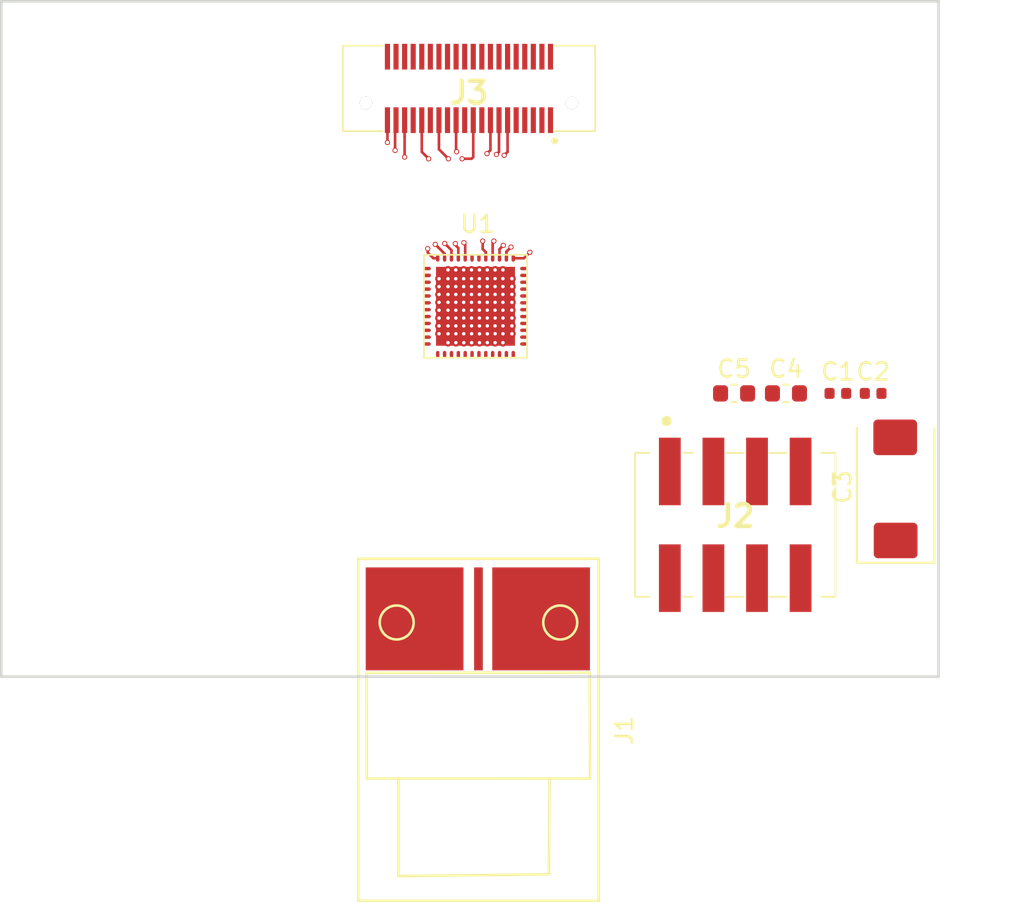
<source format=kicad_pcb>
(kicad_pcb (version 20171130) (host pcbnew "(5.0.2)-1")

  (general
    (thickness 1.6)
    (drawings 4)
    (tracks 238)
    (zones 0)
    (modules 9)
    (nets 31)
  )

  (page A4)
  (layers
    (0 F.Cu signal)
    (1 In1.Cu signal)
    (2 In2.Cu power)
    (3 In3.Cu signal)
    (4 In4.Cu signal)
    (5 In5.Cu signal)
    (6 In6.Cu signal)
    (31 B.Cu signal)
    (32 B.Adhes user)
    (33 F.Adhes user)
    (34 B.Paste user)
    (35 F.Paste user)
    (36 B.SilkS user)
    (37 F.SilkS user)
    (38 B.Mask user)
    (39 F.Mask user)
    (40 Dwgs.User user)
    (41 Cmts.User user)
    (42 Eco1.User user)
    (43 Eco2.User user)
    (44 Edge.Cuts user)
    (45 Margin user)
    (46 B.CrtYd user)
    (47 F.CrtYd user)
    (48 B.Fab user)
    (49 F.Fab user)
  )

  (setup
    (last_trace_width 0.1524)
    (trace_clearance 0.2)
    (zone_clearance 0.15)
    (zone_45_only no)
    (trace_min 0.1524)
    (segment_width 0.2)
    (edge_width 0.15)
    (via_size 0.8)
    (via_drill 0.4)
    (via_min_size 0.3048)
    (via_min_drill 0.2)
    (blind_buried_vias_allowed yes)
    (uvia_size 0.3)
    (uvia_drill 0.1)
    (uvias_allowed no)
    (uvia_min_size 0.2)
    (uvia_min_drill 0.1)
    (pcb_text_width 0.3)
    (pcb_text_size 1.5 1.5)
    (mod_edge_width 0.15)
    (mod_text_size 1 1)
    (mod_text_width 0.15)
    (pad_size 4.6 4.6)
    (pad_drill 0)
    (pad_to_mask_clearance 0.051)
    (solder_mask_min_width 0.25)
    (aux_axis_origin 0 0)
    (visible_elements 7FFFFFFF)
    (pcbplotparams
      (layerselection 0x00000_7fffff82)
      (usegerberextensions false)
      (usegerberattributes false)
      (usegerberadvancedattributes false)
      (creategerberjobfile false)
      (excludeedgelayer true)
      (linewidth 0.100000)
      (plotframeref false)
      (viasonmask false)
      (mode 1)
      (useauxorigin false)
      (hpglpennumber 1)
      (hpglpenspeed 20)
      (hpglpendiameter 15.000000)
      (psnegative false)
      (psa4output false)
      (plotreference true)
      (plotvalue true)
      (plotinvisibletext false)
      (padsonsilk false)
      (subtractmaskfromsilk false)
      (outputformat 1)
      (mirror false)
      (drillshape 0)
      (scaleselection 1)
      (outputdirectory "../../../"))
  )

  (net 0 "")
  (net 1 "Net-(J1-Pad1)")
  (net 2 "Net-(J2-Pad5)")
  (net 3 "Net-(J2-Pad6)")
  (net 4 "Net-(J2-Pad7)")
  (net 5 "Net-(J2-Pad8)")
  (net 6 "Net-(J3-Pad1)")
  (net 7 "Net-(J3-Pad2)")
  (net 8 "Net-(J3-Pad3)")
  (net 9 "Net-(J3-Pad4)")
  (net 10 "Net-(J3-Pad5)")
  (net 11 "Net-(J3-Pad6)")
  (net 12 "Net-(J3-Pad7)")
  (net 13 "Net-(J3-Pad9)")
  (net 14 "Net-(J3-Pad11)")
  (net 15 "Net-(J3-Pad13)")
  (net 16 "Net-(J3-Pad15)")
  (net 17 "Net-(J3-Pad19)")
  (net 18 "Net-(J3-Pad23)")
  (net 19 "Net-(J3-Pad27)")
  (net 20 "Net-(J3-Pad31)")
  (net 21 "Net-(J3-Pad35)")
  (net 22 "Net-(J3-Pad37)")
  (net 23 "Net-(J3-Pad39)")
  (net 24 "Net-(U1-Pad15)")
  (net 25 "Net-(U1-Pad4)")
  (net 26 "Net-(U1-Pad9)")
  (net 27 "Net-(U1-Pad33)")
  (net 28 "Net-(U1-Pad28)")
  (net 29 GND)
  (net 30 VCC)

  (net_class Default "This is the default net class."
    (clearance 0.2)
    (trace_width 0.1524)
    (via_dia 0.8)
    (via_drill 0.4)
    (uvia_dia 0.3)
    (uvia_drill 0.1)
    (add_net GND)
    (add_net "Net-(J1-Pad1)")
    (add_net "Net-(J2-Pad5)")
    (add_net "Net-(J2-Pad6)")
    (add_net "Net-(J2-Pad7)")
    (add_net "Net-(J2-Pad8)")
    (add_net "Net-(J3-Pad1)")
    (add_net "Net-(J3-Pad11)")
    (add_net "Net-(J3-Pad13)")
    (add_net "Net-(J3-Pad15)")
    (add_net "Net-(J3-Pad19)")
    (add_net "Net-(J3-Pad2)")
    (add_net "Net-(J3-Pad23)")
    (add_net "Net-(J3-Pad27)")
    (add_net "Net-(J3-Pad3)")
    (add_net "Net-(J3-Pad4)")
    (add_net "Net-(J3-Pad5)")
    (add_net "Net-(J3-Pad6)")
    (add_net "Net-(J3-Pad7)")
    (add_net "Net-(J3-Pad9)")
    (add_net "Net-(U1-Pad15)")
    (add_net "Net-(U1-Pad28)")
    (add_net "Net-(U1-Pad33)")
    (add_net "Net-(U1-Pad4)")
    (add_net "Net-(U1-Pad9)")
    (add_net VCC)
  )

  (net_class New ""
    (clearance 0.1)
    (trace_width 0.1524)
    (via_dia 0.3048)
    (via_drill 0.2)
    (uvia_dia 0.3)
    (uvia_drill 0.1)
    (add_net "Net-(J3-Pad31)")
    (add_net "Net-(J3-Pad35)")
    (add_net "Net-(J3-Pad37)")
    (add_net "Net-(J3-Pad39)")
  )

  (module AWMF:AWMF-0108 (layer F.Cu) (tedit 5C250EFD) (tstamp 5C61AF56)
    (at 135.580001 107.950001)
    (path /5C32C4EB)
    (fp_text reference U1 (at 0.119999 -4.800001) (layer F.SilkS)
      (effects (font (size 1 1) (thickness 0.15)))
    )
    (fp_text value AWMF-0108A- (at 0.219999 5.349999) (layer F.Fab)
      (effects (font (size 1 1) (thickness 0.15)))
    )
    (fp_line (start -3 3) (end -3 -3) (layer F.SilkS) (width 0.1))
    (fp_line (start -3 3) (end 3 3) (layer F.SilkS) (width 0.1))
    (fp_line (start 3 3) (end 3 -3) (layer F.SilkS) (width 0.1))
    (fp_line (start -3 -3) (end 3 -3) (layer F.SilkS) (width 0.1))
    (pad 24 smd oval (at 2.2 2.8) (size 0.2 0.4) (layers F.Cu F.Paste F.Mask)
      (net 29 GND))
    (pad 23 smd oval (at 1.8 2.8) (size 0.2 0.4) (layers F.Cu F.Paste F.Mask)
      (net 29 GND))
    (pad 22 smd oval (at 1.4 2.8) (size 0.2 0.4) (layers F.Cu F.Paste F.Mask)
      (net 29 GND))
    (pad 21 smd oval (at 1 2.8) (size 0.2 0.4) (layers F.Cu F.Paste F.Mask)
      (net 29 GND))
    (pad 20 smd oval (at 0.6 2.8) (size 0.2 0.4) (layers F.Cu F.Paste F.Mask)
      (net 29 GND))
    (pad 19 smd oval (at 0.2 2.8) (size 0.2 0.4) (layers F.Cu F.Paste F.Mask)
      (net 1 "Net-(J1-Pad1)"))
    (pad 18 smd oval (at -0.2 2.8) (size 0.2 0.4) (layers F.Cu F.Paste F.Mask)
      (net 29 GND))
    (pad 17 smd oval (at -0.6 2.8) (size 0.2 0.4) (layers F.Cu F.Paste F.Mask)
      (net 29 GND))
    (pad 16 smd oval (at -1 2.8) (size 0.2 0.4) (layers F.Cu F.Paste F.Mask)
      (net 30 VCC))
    (pad 15 smd oval (at -1.4 2.8) (size 0.2 0.4) (layers F.Cu F.Paste F.Mask)
      (net 24 "Net-(U1-Pad15)"))
    (pad 14 smd oval (at -1.8 2.8) (size 0.2 0.4) (layers F.Cu F.Paste F.Mask)
      (net 29 GND))
    (pad 13 smd oval (at -2.2 2.8) (size 0.2 0.4) (layers F.Cu F.Paste F.Mask)
      (net 29 GND))
    (pad 25 smd oval (at 2.8 2.2 270) (size 0.2 0.4) (layers F.Cu F.Paste F.Mask)
      (net 30 VCC))
    (pad 26 smd oval (at 2.8 1.8 270) (size 0.2 0.4) (layers F.Cu F.Paste F.Mask)
      (net 29 GND))
    (pad 27 smd oval (at 2.8 1.4 270) (size 0.2 0.4) (layers F.Cu F.Paste F.Mask)
      (net 29 GND))
    (pad 28 smd oval (at 2.8 1 270) (size 0.2 0.4) (layers F.Cu F.Paste F.Mask)
      (net 28 "Net-(U1-Pad28)"))
    (pad 29 smd oval (at 2.8 0.6 270) (size 0.2 0.4) (layers F.Cu F.Paste F.Mask)
      (net 29 GND))
    (pad 30 smd oval (at 2.8 0.2 270) (size 0.2 0.4) (layers F.Cu F.Paste F.Mask)
      (net 29 GND))
    (pad 31 smd oval (at 2.8 -0.2 270) (size 0.2 0.4) (layers F.Cu F.Paste F.Mask)
      (net 29 GND))
    (pad 32 smd oval (at 2.8 -0.6 270) (size 0.2 0.4) (layers F.Cu F.Paste F.Mask)
      (net 29 GND))
    (pad 33 smd oval (at 2.8 -1 270) (size 0.2 0.4) (layers F.Cu F.Paste F.Mask)
      (net 27 "Net-(U1-Pad33)"))
    (pad 34 smd oval (at 2.8 -1.4 270) (size 0.2 0.4) (layers F.Cu F.Paste F.Mask)
      (net 29 GND))
    (pad 35 smd oval (at 2.8 -1.8 270) (size 0.2 0.4) (layers F.Cu F.Paste F.Mask)
      (net 29 GND))
    (pad 36 smd oval (at 2.8 -2.2 270) (size 0.2 0.4) (layers F.Cu F.Paste F.Mask)
      (net 30 VCC))
    (pad 37- smd oval (at 2.2 -2.8) (size 0.2 0.4) (layers F.Cu F.Paste F.Mask)
      (net 21 "Net-(J3-Pad35)"))
    (pad 38+ smd oval (at 1.8 -2.8) (size 0.2 0.4) (layers F.Cu F.Paste F.Mask)
      (net 22 "Net-(J3-Pad37)"))
    (pad 39- smd oval (at 1.4 -2.8) (size 0.2 0.4) (layers F.Cu F.Paste F.Mask)
      (net 23 "Net-(J3-Pad39)"))
    (pad 40 smd oval (at 1 -2.8) (size 0.2 0.4) (layers F.Cu F.Paste F.Mask)
      (net 14 "Net-(J3-Pad11)"))
    (pad 41 smd oval (at 0.6 -2.8) (size 0.2 0.4) (layers F.Cu F.Paste F.Mask)
      (net 15 "Net-(J3-Pad13)"))
    (pad 42 smd oval (at 0.2 -2.8) (size 0.2 0.4) (layers F.Cu F.Paste F.Mask)
      (net 29 GND))
    (pad 43 smd oval (at -0.2 -2.8) (size 0.2 0.4) (layers F.Cu F.Paste F.Mask)
      (net 30 VCC))
    (pad 44- smd oval (at -0.6 -2.8) (size 0.2 0.4) (layers F.Cu F.Paste F.Mask)
      (net 19 "Net-(J3-Pad27)"))
    (pad 45+ smd oval (at -1 -2.8) (size 0.2 0.4) (layers F.Cu F.Paste F.Mask)
      (net 18 "Net-(J3-Pad23)"))
    (pad 46 smd oval (at -1.4 -2.8) (size 0.2 0.4) (layers F.Cu F.Paste F.Mask)
      (net 20 "Net-(J3-Pad31)"))
    (pad 47 smd oval (at -1.8 -2.8) (size 0.2 0.4) (layers F.Cu F.Paste F.Mask)
      (net 17 "Net-(J3-Pad19)"))
    (pad 48- smd oval (at -2.2 -2.8) (size 0.2 0.4) (layers F.Cu F.Paste F.Mask)
      (net 16 "Net-(J3-Pad15)"))
    (pad 12 smd oval (at -2.8 2.2 270) (size 0.2 0.4) (layers F.Cu F.Paste F.Mask)
      (net 30 VCC))
    (pad 11 smd oval (at -2.8 1.8 270) (size 0.2 0.4) (layers F.Cu F.Paste F.Mask)
      (net 29 GND))
    (pad 10 smd oval (at -2.8 1.4 270) (size 0.2 0.4) (layers F.Cu F.Paste F.Mask)
      (net 29 GND))
    (pad 9 smd oval (at -2.8 1 270) (size 0.2 0.4) (layers F.Cu F.Paste F.Mask)
      (net 26 "Net-(U1-Pad9)"))
    (pad 8 smd oval (at -2.8 0.6 270) (size 0.2 0.4) (layers F.Cu F.Paste F.Mask)
      (net 29 GND))
    (pad 7 smd oval (at -2.8 0.2 270) (size 0.2 0.4) (layers F.Cu F.Paste F.Mask)
      (net 29 GND))
    (pad 6 smd oval (at -2.8 -0.2 270) (size 0.2 0.4) (layers F.Cu F.Paste F.Mask)
      (net 29 GND))
    (pad 5 smd oval (at -2.8 -0.6 270) (size 0.2 0.4) (layers F.Cu F.Paste F.Mask)
      (net 29 GND))
    (pad 4 smd oval (at -2.8 -1 270) (size 0.2 0.4) (layers F.Cu F.Paste F.Mask)
      (net 25 "Net-(U1-Pad4)"))
    (pad 3 smd oval (at -2.8 -1.4 270) (size 0.2 0.4) (layers F.Cu F.Paste F.Mask)
      (net 29 GND))
    (pad 2 smd oval (at -2.8 -1.8 270) (size 0.2 0.4) (layers F.Cu F.Paste F.Mask)
      (net 29 GND))
    (pad 2 smd oval (at -2.8 -1.8 270) (size 0.2 0.4) (layers F.Cu F.Paste F.Mask)
      (net 29 GND))
    (pad 1 smd oval (at -2.8 -2.2 270) (size 0.2 0.4) (layers F.Cu F.Paste F.Mask)
      (net 30 VCC))
    (pad 49 smd rect (at 0 0) (size 4.6 4.6) (layers F.Cu F.Paste F.Mask))
  )

  (module Capacitor_SMD:C_0402_1005Metric (layer F.Cu) (tedit 5B301BBE) (tstamp 5C61AE5E)
    (at 156.695 113.03 180)
    (descr "Capacitor SMD 0402 (1005 Metric), square (rectangular) end terminal, IPC_7351 nominal, (Body size source: http://www.tortai-tech.com/upload/download/2011102023233369053.pdf), generated with kicad-footprint-generator")
    (tags capacitor)
    (path /5C2B9D03)
    (attr smd)
    (fp_text reference C1 (at 0 1.27 180) (layer F.SilkS)
      (effects (font (size 1 1) (thickness 0.15)))
    )
    (fp_text value GRM1555C1H102JA01D (at 0 1.17 180) (layer F.Fab)
      (effects (font (size 1 1) (thickness 0.15)))
    )
    (fp_text user %R (at 0 -0.065413 180) (layer F.Fab)
      (effects (font (size 0.25 0.25) (thickness 0.04)))
    )
    (fp_line (start 0.93 0.47) (end -0.93 0.47) (layer F.CrtYd) (width 0.05))
    (fp_line (start 0.93 -0.47) (end 0.93 0.47) (layer F.CrtYd) (width 0.05))
    (fp_line (start -0.93 -0.47) (end 0.93 -0.47) (layer F.CrtYd) (width 0.05))
    (fp_line (start -0.93 0.47) (end -0.93 -0.47) (layer F.CrtYd) (width 0.05))
    (fp_line (start 0.5 0.25) (end -0.5 0.25) (layer F.Fab) (width 0.1))
    (fp_line (start 0.5 -0.25) (end 0.5 0.25) (layer F.Fab) (width 0.1))
    (fp_line (start -0.5 -0.25) (end 0.5 -0.25) (layer F.Fab) (width 0.1))
    (fp_line (start -0.5 0.25) (end -0.5 -0.25) (layer F.Fab) (width 0.1))
    (pad 2 smd roundrect (at 0.485 0 180) (size 0.59 0.64) (layers F.Cu F.Paste F.Mask) (roundrect_rratio 0.25)
      (net 30 VCC))
    (pad 1 smd roundrect (at -0.485 0 180) (size 0.59 0.64) (layers F.Cu F.Paste F.Mask) (roundrect_rratio 0.25)
      (net 29 GND))
    (model ${KISYS3DMOD}/Capacitor_SMD.3dshapes/C_0402_1005Metric.wrl
      (at (xyz 0 0 0))
      (scale (xyz 1 1 1))
      (rotate (xyz 0 0 0))
    )
  )

  (module Capacitor_SMD:C_0402_1005Metric (layer F.Cu) (tedit 5B301BBE) (tstamp 5C61AE6D)
    (at 158.75 113.03 180)
    (descr "Capacitor SMD 0402 (1005 Metric), square (rectangular) end terminal, IPC_7351 nominal, (Body size source: http://www.tortai-tech.com/upload/download/2011102023233369053.pdf), generated with kicad-footprint-generator")
    (tags capacitor)
    (path /5C2B9D41)
    (attr smd)
    (fp_text reference C2 (at 0 1.27 180) (layer F.SilkS)
      (effects (font (size 1 1) (thickness 0.15)))
    )
    (fp_text value GRM1555C1H200JA01D (at 0 1.17 180) (layer F.Fab)
      (effects (font (size 1 1) (thickness 0.15)))
    )
    (fp_line (start -0.5 0.25) (end -0.5 -0.25) (layer F.Fab) (width 0.1))
    (fp_line (start -0.5 -0.25) (end 0.5 -0.25) (layer F.Fab) (width 0.1))
    (fp_line (start 0.5 -0.25) (end 0.5 0.25) (layer F.Fab) (width 0.1))
    (fp_line (start 0.5 0.25) (end -0.5 0.25) (layer F.Fab) (width 0.1))
    (fp_line (start -0.93 0.47) (end -0.93 -0.47) (layer F.CrtYd) (width 0.05))
    (fp_line (start -0.93 -0.47) (end 0.93 -0.47) (layer F.CrtYd) (width 0.05))
    (fp_line (start 0.93 -0.47) (end 0.93 0.47) (layer F.CrtYd) (width 0.05))
    (fp_line (start 0.93 0.47) (end -0.93 0.47) (layer F.CrtYd) (width 0.05))
    (fp_text user %R (at 0 0 180) (layer F.Fab)
      (effects (font (size 0.25 0.25) (thickness 0.04)))
    )
    (pad 1 smd roundrect (at -0.485 0 180) (size 0.59 0.64) (layers F.Cu F.Paste F.Mask) (roundrect_rratio 0.25)
      (net 29 GND))
    (pad 2 smd roundrect (at 0.485 0 180) (size 0.59 0.64) (layers F.Cu F.Paste F.Mask) (roundrect_rratio 0.25)
      (net 30 VCC))
    (model ${KISYS3DMOD}/Capacitor_SMD.3dshapes/C_0402_1005Metric.wrl
      (at (xyz 0 0 0))
      (scale (xyz 1 1 1))
      (rotate (xyz 0 0 0))
    )
  )

  (module tantalum-T491D227K010AT:T491D227K010AT (layer F.Cu) (tedit 5C1F8A51) (tstamp 5C61AE80)
    (at 160.06064 118.491 90)
    (descr "Tantalum Capacitor SMD Kemet-D (7343-31 Metric), IPC_7351 nominal, (Body size from: http://www.kemet.com/Lists/ProductCatalog/Attachments/253/KEM_TC101_STD.pdf), generated with kicad-footprint-generator")
    (tags "capacitor tantalum")
    (path /5C2B9DD3)
    (attr smd)
    (fp_text reference C3 (at 0 -3.1 90) (layer F.SilkS)
      (effects (font (size 1 1) (thickness 0.15)))
    )
    (fp_text value T491D227K010At (at 0 3.1 90) (layer F.Fab)
      (effects (font (size 1 1) (thickness 0.15)))
    )
    (fp_line (start 3.44 -2.16) (end -2.65 -2.15) (layer F.Fab) (width 0.1))
    (fp_line (start -2.65 -2.15) (end -3.65 -1.15) (layer F.Fab) (width 0.1))
    (fp_line (start -3.65 -1.15) (end -3.65 2.15) (layer F.Fab) (width 0.1))
    (fp_line (start -3.65 2.15) (end 3.44 2.15) (layer F.Fab) (width 0.1))
    (fp_line (start 3.44 2.15) (end 3.44 -2.16) (layer F.Fab) (width 0.1))
    (fp_line (start 3.44 -2.26) (end -4.41 -2.26) (layer F.SilkS) (width 0.12))
    (fp_line (start -4.41 -2.26) (end -4.41 2.26) (layer F.SilkS) (width 0.12))
    (fp_line (start -4.41 2.26) (end 3.44 2.26) (layer F.SilkS) (width 0.12))
    (fp_line (start -4.4 2.4) (end -4.4 -2.4) (layer F.CrtYd) (width 0.05))
    (fp_line (start -4.4 -2.4) (end 4.19 -2.4) (layer F.CrtYd) (width 0.05))
    (fp_line (start 4.19 -2.4) (end 4.19 2.4) (layer F.CrtYd) (width 0.05))
    (fp_line (start 4.19 2.4) (end -4.4 2.4) (layer F.CrtYd) (width 0.05))
    (fp_text user %R (at 0 0 90) (layer F.Fab)
      (effects (font (size 1 1) (thickness 0.15)))
    )
    (pad 1 smd roundrect (at -3.1125 0 90) (size 2.075 2.55) (layers F.Cu F.Paste F.Mask) (roundrect_rratio 0.120482)
      (net 29 GND))
    (pad 2 smd roundrect (at 2.9 -0.025 90) (size 2.075 2.55) (layers F.Cu F.Paste F.Mask) (roundrect_rratio 0.120482)
      (net 30 VCC))
    (model ${KISYS3DMOD}/Capacitor_Tantalum_SMD.3dshapes/CP_EIA-7343-31_Kemet-D.wrl
      (at (xyz 0 0 0))
      (scale (xyz 1 1 1))
      (rotate (xyz 0 0 0))
    )
  )

  (module Capacitor_SMD:C_0603_1608Metric (layer F.Cu) (tedit 5B301BBE) (tstamp 5C61AE91)
    (at 153.67 113.03)
    (descr "Capacitor SMD 0603 (1608 Metric), square (rectangular) end terminal, IPC_7351 nominal, (Body size source: http://www.tortai-tech.com/upload/download/2011102023233369053.pdf), generated with kicad-footprint-generator")
    (tags capacitor)
    (path /5C2C1E73)
    (attr smd)
    (fp_text reference C4 (at 0 -1.43) (layer F.SilkS)
      (effects (font (size 1 1) (thickness 0.15)))
    )
    (fp_text value GRM188R61E106MA73D (at 0 1.43) (layer F.Fab)
      (effects (font (size 1 1) (thickness 0.15)))
    )
    (fp_text user %R (at 0 0 90) (layer F.Fab)
      (effects (font (size 0.4 0.4) (thickness 0.06)))
    )
    (fp_line (start 1.48 0.73) (end -1.48 0.73) (layer F.CrtYd) (width 0.05))
    (fp_line (start 1.48 -0.73) (end 1.48 0.73) (layer F.CrtYd) (width 0.05))
    (fp_line (start -1.48 -0.73) (end 1.48 -0.73) (layer F.CrtYd) (width 0.05))
    (fp_line (start -1.48 0.73) (end -1.48 -0.73) (layer F.CrtYd) (width 0.05))
    (fp_line (start -0.162779 0.51) (end 0.162779 0.51) (layer F.SilkS) (width 0.12))
    (fp_line (start -0.162779 -0.51) (end 0.162779 -0.51) (layer F.SilkS) (width 0.12))
    (fp_line (start 0.8 0.4) (end -0.8 0.4) (layer F.Fab) (width 0.1))
    (fp_line (start 0.8 -0.4) (end 0.8 0.4) (layer F.Fab) (width 0.1))
    (fp_line (start -0.8 -0.4) (end 0.8 -0.4) (layer F.Fab) (width 0.1))
    (fp_line (start -0.8 0.4) (end -0.8 -0.4) (layer F.Fab) (width 0.1))
    (pad 2 smd roundrect (at 0.7875 0) (size 0.875 0.95) (layers F.Cu F.Paste F.Mask) (roundrect_rratio 0.25)
      (net 29 GND))
    (pad 1 smd roundrect (at -0.7875 0) (size 0.875 0.95) (layers F.Cu F.Paste F.Mask) (roundrect_rratio 0.25)
      (net 30 VCC))
    (model ${KISYS3DMOD}/Capacitor_SMD.3dshapes/C_0603_1608Metric.wrl
      (at (xyz 0 0 0))
      (scale (xyz 1 1 1))
      (rotate (xyz 0 0 0))
    )
  )

  (module Capacitor_SMD:C_0603_1608Metric (layer F.Cu) (tedit 5B301BBE) (tstamp 5C61AEA2)
    (at 150.6475 113.03)
    (descr "Capacitor SMD 0603 (1608 Metric), square (rectangular) end terminal, IPC_7351 nominal, (Body size source: http://www.tortai-tech.com/upload/download/2011102023233369053.pdf), generated with kicad-footprint-generator")
    (tags capacitor)
    (path /5C2C1EEE)
    (attr smd)
    (fp_text reference C5 (at 0 -1.43) (layer F.SilkS)
      (effects (font (size 1 1) (thickness 0.15)))
    )
    (fp_text value GRM188R71E104KA01D (at 0 1.43) (layer F.Fab)
      (effects (font (size 1 1) (thickness 0.15)))
    )
    (fp_line (start -0.8 0.4) (end -0.8 -0.4) (layer F.Fab) (width 0.1))
    (fp_line (start -0.8 -0.4) (end 0.8 -0.4) (layer F.Fab) (width 0.1))
    (fp_line (start 0.8 -0.4) (end 0.8 0.4) (layer F.Fab) (width 0.1))
    (fp_line (start 0.8 0.4) (end -0.8 0.4) (layer F.Fab) (width 0.1))
    (fp_line (start -0.162779 -0.51) (end 0.162779 -0.51) (layer F.SilkS) (width 0.12))
    (fp_line (start -0.162779 0.51) (end 0.162779 0.51) (layer F.SilkS) (width 0.12))
    (fp_line (start -1.48 0.73) (end -1.48 -0.73) (layer F.CrtYd) (width 0.05))
    (fp_line (start -1.48 -0.73) (end 1.48 -0.73) (layer F.CrtYd) (width 0.05))
    (fp_line (start 1.48 -0.73) (end 1.48 0.73) (layer F.CrtYd) (width 0.05))
    (fp_line (start 1.48 0.73) (end -1.48 0.73) (layer F.CrtYd) (width 0.05))
    (fp_text user %R (at 0 0 90) (layer F.Fab)
      (effects (font (size 0.4 0.4) (thickness 0.06)))
    )
    (pad 1 smd roundrect (at -0.7875 0) (size 0.875 0.95) (layers F.Cu F.Paste F.Mask) (roundrect_rratio 0.25)
      (net 30 VCC))
    (pad 2 smd roundrect (at 0.7875 0) (size 0.875 0.95) (layers F.Cu F.Paste F.Mask) (roundrect_rratio 0.25)
      (net 29 GND))
    (model ${KISYS3DMOD}/Capacitor_SMD.3dshapes/C_0603_1608Metric.wrl
      (at (xyz 0 0 0))
      (scale (xyz 1 1 1))
      (rotate (xyz 0 0 0))
    )
  )

  (module "1092-03A-6:SMA END LAUNCH" (layer F.Cu) (tedit 5C22117D) (tstamp 5C61AEB7)
    (at 135.75284 132.67436 90)
    (path /5C2DD3E1)
    (fp_text reference J1 (at 0 8.5 90) (layer F.SilkS)
      (effects (font (size 1 1) (thickness 0.15)))
    )
    (fp_text value 1092-03A-6 (at -0.03 -8.2 90) (layer F.Fab)
      (effects (font (size 1 1) (thickness 0.15)))
    )
    (fp_line (start 10 -7) (end -9.94 -7) (layer F.SilkS) (width 0.15))
    (fp_line (start 10 7) (end 10 -7) (layer F.SilkS) (width 0.15))
    (fp_line (start 10 7) (end -9.94 7) (layer F.SilkS) (width 0.15))
    (fp_line (start 10 7) (end 10 -7) (layer F.SilkS) (width 0.15))
    (fp_line (start -9.94 7) (end -9.94 -7) (layer F.SilkS) (width 0.15))
    (fp_circle (center 6.29 -4.765) (end 7.28 -4.765) (layer F.SilkS) (width 0.15))
    (fp_circle (center 6.29 4.765) (end 7.28 4.765) (layer F.SilkS) (width 0.15))
    (fp_line (start 3.3655 6.48716) (end 3.35788 -6.52272) (layer F.SilkS) (width 0.15))
    (fp_line (start 3.35788 -6.52272) (end -2.81178 -6.51002) (layer F.SilkS) (width 0.15))
    (fp_line (start -2.81178 -6.51002) (end -2.80924 6.50494) (layer F.SilkS) (width 0.15))
    (fp_line (start -2.80924 6.50494) (end 3.37566 6.47954) (layer F.SilkS) (width 0.15))
    (fp_line (start -2.80416 -4.66344) (end -8.4963 -4.66344) (layer F.SilkS) (width 0.15))
    (fp_line (start -8.4963 -4.66344) (end -8.38962 4.1021) (layer F.SilkS) (width 0.15))
    (fp_line (start -8.38962 4.1021) (end -2.81432 4.1402) (layer F.SilkS) (width 0.15))
    (pad 1 smd rect (at 6.5 0 90) (size 6 0.51) (layers F.Cu F.Paste F.Mask)
      (net 1 "Net-(J1-Pad1)"))
    (pad 2 smd rect (at 6.5 3.65 90) (size 6 5.694) (layers F.Cu F.Paste F.Mask))
    (pad 3 smd rect (at 6.49986 -3.7211 90) (size 6 5.694) (layers F.Cu F.Paste F.Mask))
  )

  (module IPL1-104-02-L-D-K-TR:IPL110402LDKTR (layer F.Cu) (tedit 5C1E45E2) (tstamp 5C61AEDC)
    (at 150.71344 120.69064)
    (descr IPL1-104-02-L-D-K-TR-2)
    (tags Connector)
    (path /5C1EF34A)
    (attr smd)
    (fp_text reference J2 (at 0 -0.51) (layer F.SilkS)
      (effects (font (size 1.27 1.27) (thickness 0.254)))
    )
    (fp_text value IPL1-104-02-L-D-K-TR (at 0 -0.51) (layer F.SilkS) hide
      (effects (font (size 1.27 1.27) (thickness 0.254)))
    )
    (fp_line (start -5.84 -4.195) (end 5.84 -4.195) (layer Dwgs.User) (width 0.2))
    (fp_line (start 5.84 -4.195) (end 5.84 4.195) (layer Dwgs.User) (width 0.2))
    (fp_line (start 5.84 4.195) (end -5.84 4.195) (layer Dwgs.User) (width 0.2))
    (fp_line (start -5.84 4.195) (end -5.84 -4.195) (layer Dwgs.User) (width 0.2))
    (fp_line (start -6.84 -7.1) (end 6.84 -7.1) (layer Dwgs.User) (width 0.1))
    (fp_line (start 6.84 -7.1) (end 6.84 6.08) (layer Dwgs.User) (width 0.1))
    (fp_line (start 6.84 6.08) (end -6.84 6.08) (layer Dwgs.User) (width 0.1))
    (fp_line (start -6.84 6.08) (end -6.84 -7.1) (layer Dwgs.User) (width 0.1))
    (fp_line (start -5 -4.195) (end -5.84 -4.195) (layer F.SilkS) (width 0.1))
    (fp_line (start -5.84 -4.195) (end -5.84 4.195) (layer F.SilkS) (width 0.1))
    (fp_line (start -5.84 4.195) (end -5 4.195) (layer F.SilkS) (width 0.1))
    (fp_line (start 5 -4.195) (end 5.84 -4.195) (layer F.SilkS) (width 0.1))
    (fp_line (start 5.84 -4.195) (end 5.84 4.195) (layer F.SilkS) (width 0.1))
    (fp_line (start 5.84 4.195) (end 5 4.195) (layer F.SilkS) (width 0.1))
    (fp_line (start -3 -4.195) (end -2.5 -4.195) (layer F.SilkS) (width 0.1))
    (fp_line (start -2.5 -4.195) (end -2.5 -4.195) (layer F.SilkS) (width 0.1))
    (fp_line (start -3 4.195) (end -2.5 4.195) (layer F.SilkS) (width 0.1))
    (fp_line (start -0.5 -4.195) (end 0.5 -4.195) (layer F.SilkS) (width 0.1))
    (fp_line (start -0.5 4.195) (end 0.5 4.195) (layer F.SilkS) (width 0.1))
    (fp_line (start 2 -4.195) (end 3 -4.195) (layer F.SilkS) (width 0.1))
    (fp_line (start 2 4.195) (end 3 4.195) (layer F.SilkS) (width 0.1))
    (fp_line (start -4 -6) (end -4 -6) (layer F.SilkS) (width 0.5))
    (fp_line (start -4 -6.1) (end -4 -6.1) (layer F.SilkS) (width 0.5))
    (fp_arc (start -4 -6.05) (end -4 -6) (angle 180) (layer F.SilkS) (width 0.5))
    (fp_arc (start -4 -6.05) (end -4 -6.1) (angle 180) (layer F.SilkS) (width 0.5))
    (pad 1 smd rect (at -3.81 -3.11) (size 1.27 3.94) (layers F.Cu F.Paste F.Mask)
      (net 29 GND))
    (pad 2 smd rect (at -1.27 -3.11) (size 1.27 3.94) (layers F.Cu F.Paste F.Mask)
      (net 29 GND))
    (pad 3 smd rect (at 1.27 -3.11) (size 1.27 3.94) (layers F.Cu F.Paste F.Mask)
      (net 30 VCC))
    (pad 4 smd rect (at 3.81 -3.11) (size 1.27 3.94) (layers F.Cu F.Paste F.Mask)
      (net 30 VCC))
    (pad 5 smd rect (at 3.81 3.11) (size 1.27 3.94) (layers F.Cu F.Paste F.Mask)
      (net 2 "Net-(J2-Pad5)"))
    (pad 6 smd rect (at 1.27 3.11) (size 1.27 3.94) (layers F.Cu F.Paste F.Mask)
      (net 3 "Net-(J2-Pad6)"))
    (pad 7 smd rect (at -1.27 3.11) (size 1.27 3.94) (layers F.Cu F.Paste F.Mask)
      (net 4 "Net-(J2-Pad7)"))
    (pad 8 smd rect (at -3.81 3.11) (size 1.27 3.94) (layers F.Cu F.Paste F.Mask)
      (net 5 "Net-(J2-Pad8)"))
  )

  (module LSHM-120-02.5-F-DV-A-N-K-TR:LSHM120025FDVANKTR (layer F.Cu) (tedit 5C24BEB6) (tstamp 5C61AF1C)
    (at 135.2 95.25)
    (descr LSHM-120-02.5-F-DV-A-N-K-TR-1)
    (tags Connector)
    (path /5C263EE1)
    (fp_text reference J3 (at 0 0.25) (layer F.SilkS)
      (effects (font (size 1.27 1.27) (thickness 0.254)))
    )
    (fp_text value LSHM-120-02.5-F-DV-A-N-K-TR (at 0 0.25) (layer F.SilkS) hide
      (effects (font (size 1.27 1.27) (thickness 0.254)))
    )
    (fp_line (start -7.35 -2.49) (end 7.35 -2.49) (layer Dwgs.User) (width 0.2))
    (fp_line (start 7.35 -2.49) (end 7.35 2.49) (layer Dwgs.User) (width 0.2))
    (fp_line (start 7.35 2.49) (end -7.35 2.49) (layer Dwgs.User) (width 0.2))
    (fp_line (start -7.35 2.49) (end -7.35 -2.49) (layer Dwgs.User) (width 0.2))
    (fp_line (start -8.35 -3.6) (end 8.35 -3.6) (layer Dwgs.User) (width 0.1))
    (fp_line (start 8.35 -3.6) (end 8.35 4.1) (layer Dwgs.User) (width 0.1))
    (fp_line (start 8.35 4.1) (end -8.35 4.1) (layer Dwgs.User) (width 0.1))
    (fp_line (start -8.35 4.1) (end -8.35 -3.6) (layer Dwgs.User) (width 0.1))
    (fp_line (start -5 -2.49) (end -7.35 -2.49) (layer F.SilkS) (width 0.1))
    (fp_line (start -7.35 -2.49) (end -7.35 2.49) (layer F.SilkS) (width 0.1))
    (fp_line (start -7.35 2.49) (end -5 2.49) (layer F.SilkS) (width 0.1))
    (fp_line (start 5 -2.49) (end 7.35 -2.49) (layer F.SilkS) (width 0.1))
    (fp_line (start 7.35 -2.49) (end 7.35 2.49) (layer F.SilkS) (width 0.1))
    (fp_line (start 7.35 2.49) (end 5 2.49) (layer F.SilkS) (width 0.1))
    (fp_line (start 5 3) (end 5 3) (layer F.SilkS) (width 0.3))
    (fp_line (start 5 3.1) (end 5 3.1) (layer F.SilkS) (width 0.3))
    (fp_arc (start 5 3.05) (end 5 3) (angle 180) (layer F.SilkS) (width 0.3))
    (fp_arc (start 5 3.05) (end 5 3.1) (angle 180) (layer F.SilkS) (width 0.3))
    (pad 1 smd rect (at 4.75 1.85) (size 0.3 1.5) (layers F.Cu F.Paste F.Mask)
      (net 6 "Net-(J3-Pad1)"))
    (pad 2 smd rect (at 4.75 -1.85) (size 0.3 1.5) (layers F.Cu F.Paste F.Mask)
      (net 7 "Net-(J3-Pad2)"))
    (pad 3 smd rect (at 4.25 1.85) (size 0.3 1.5) (layers F.Cu F.Paste F.Mask)
      (net 8 "Net-(J3-Pad3)"))
    (pad 4 smd rect (at 4.25 -1.85) (size 0.3 1.5) (layers F.Cu F.Paste F.Mask)
      (net 9 "Net-(J3-Pad4)"))
    (pad 5 smd rect (at 3.75 1.85) (size 0.3 1.5) (layers F.Cu F.Paste F.Mask)
      (net 10 "Net-(J3-Pad5)"))
    (pad 6 smd rect (at 3.75 -1.85) (size 0.3 1.5) (layers F.Cu F.Paste F.Mask)
      (net 11 "Net-(J3-Pad6)"))
    (pad 7 smd rect (at 3.25 1.85) (size 0.3 1.5) (layers F.Cu F.Paste F.Mask)
      (net 12 "Net-(J3-Pad7)"))
    (pad 8 smd rect (at 3.25 -1.85) (size 0.3 1.5) (layers F.Cu F.Paste F.Mask)
      (net 29 GND))
    (pad 9 smd rect (at 2.75 1.85) (size 0.3 1.5) (layers F.Cu F.Paste F.Mask)
      (net 13 "Net-(J3-Pad9)"))
    (pad 10 smd rect (at 2.75 -1.85) (size 0.3 1.5) (layers F.Cu F.Paste F.Mask)
      (net 29 GND))
    (pad 11 smd rect (at 2.25 1.85) (size 0.3 1.5) (layers F.Cu F.Paste F.Mask)
      (net 14 "Net-(J3-Pad11)"))
    (pad 12 smd rect (at 2.25 -1.85) (size 0.3 1.5) (layers F.Cu F.Paste F.Mask)
      (net 29 GND))
    (pad 13 smd rect (at 1.75 1.85) (size 0.3 1.5) (layers F.Cu F.Paste F.Mask)
      (net 15 "Net-(J3-Pad13)"))
    (pad 14 smd rect (at 1.75 -1.85) (size 0.3 1.5) (layers F.Cu F.Paste F.Mask)
      (net 29 GND))
    (pad 15 smd rect (at 1.25 1.85) (size 0.3 1.5) (layers F.Cu F.Paste F.Mask)
      (net 16 "Net-(J3-Pad15)"))
    (pad 16 smd rect (at 1.25 -1.85) (size 0.3 1.5) (layers F.Cu F.Paste F.Mask)
      (net 29 GND))
    (pad 17 smd rect (at 0.75 1.85) (size 0.3 1.5) (layers F.Cu F.Paste F.Mask)
      (net 29 GND))
    (pad 18 smd rect (at 0.75 -1.85) (size 0.3 1.5) (layers F.Cu F.Paste F.Mask)
      (net 29 GND))
    (pad 19 smd rect (at 0.25 1.85) (size 0.3 1.5) (layers F.Cu F.Paste F.Mask)
      (net 17 "Net-(J3-Pad19)"))
    (pad 20 smd rect (at 0.25 -1.85) (size 0.3 1.5) (layers F.Cu F.Paste F.Mask)
      (net 29 GND))
    (pad 21 smd rect (at -0.25 1.85) (size 0.3 1.5) (layers F.Cu F.Paste F.Mask)
      (net 29 GND))
    (pad 22 smd rect (at -0.25 -1.85) (size 0.3 1.5) (layers F.Cu F.Paste F.Mask)
      (net 29 GND))
    (pad 23 smd rect (at -0.75 1.85) (size 0.3 1.5) (layers F.Cu F.Paste F.Mask)
      (net 18 "Net-(J3-Pad23)"))
    (pad 24 smd rect (at -0.75 -1.85) (size 0.3 1.5) (layers F.Cu F.Paste F.Mask)
      (net 29 GND))
    (pad 25 smd rect (at -1.25 1.85) (size 0.3 1.5) (layers F.Cu F.Paste F.Mask)
      (net 29 GND))
    (pad 26 smd rect (at -1.25 -1.85) (size 0.3 1.5) (layers F.Cu F.Paste F.Mask)
      (net 29 GND))
    (pad 27 smd rect (at -1.75 1.85) (size 0.3 1.5) (layers F.Cu F.Paste F.Mask)
      (net 19 "Net-(J3-Pad27)"))
    (pad 28 smd rect (at -1.75 -1.85) (size 0.3 1.5) (layers F.Cu F.Paste F.Mask)
      (net 29 GND))
    (pad 29 smd rect (at -2.25 1.85) (size 0.3 1.5) (layers F.Cu F.Paste F.Mask)
      (net 29 GND))
    (pad 30 smd rect (at -2.25 -1.85) (size 0.3 1.5) (layers F.Cu F.Paste F.Mask)
      (net 29 GND))
    (pad 31 smd rect (at -2.75 1.85) (size 0.3 1.5) (layers F.Cu F.Paste F.Mask)
      (net 20 "Net-(J3-Pad31)"))
    (pad 32 smd rect (at -2.75 -1.85) (size 0.3 1.5) (layers F.Cu F.Paste F.Mask)
      (net 29 GND))
    (pad 33 smd rect (at -3.25 1.85) (size 0.3 1.5) (layers F.Cu F.Paste F.Mask)
      (net 29 GND))
    (pad 34 smd rect (at -3.25 -1.85) (size 0.3 1.5) (layers F.Cu F.Paste F.Mask)
      (net 29 GND))
    (pad 35 smd rect (at -3.75 1.85) (size 0.3 1.5) (layers F.Cu F.Paste F.Mask)
      (net 21 "Net-(J3-Pad35)"))
    (pad 36 smd rect (at -3.75 -1.85) (size 0.3 1.5) (layers F.Cu F.Paste F.Mask)
      (net 29 GND))
    (pad 37 smd rect (at -4.25 1.85) (size 0.3 1.5) (layers F.Cu F.Paste F.Mask)
      (net 22 "Net-(J3-Pad37)"))
    (pad 38 smd rect (at -4.25 -1.85) (size 0.3 1.5) (layers F.Cu F.Paste F.Mask)
      (net 29 GND))
    (pad 39 smd rect (at -4.75 1.85) (size 0.3 1.5) (layers F.Cu F.Paste F.Mask)
      (net 23 "Net-(J3-Pad39)"))
    (pad 40 smd rect (at -4.75 -1.85) (size 0.3 1.5) (layers F.Cu F.Paste F.Mask)
      (net 29 GND))
    (pad MH1 thru_hole circle (at -6 0.85 90) (size 0.725 0.725) (drill 1.45) (layers *.Cu *.Mask F.SilkS))
    (pad MH2 thru_hole circle (at 6 0.85 90) (size 0.725 0.725) (drill 1.45) (layers *.Cu *.Mask F.SilkS))
  )

  (gr_line (start 107.95 129.54) (end 107.95 90.17) (layer Edge.Cuts) (width 0.15))
  (gr_line (start 162.56 129.54) (end 107.95 129.54) (layer Edge.Cuts) (width 0.15))
  (gr_line (start 162.56 90.17) (end 162.56 129.54) (layer Edge.Cuts) (width 0.15))
  (gr_line (start 107.95 90.17) (end 162.56 90.17) (layer Edge.Cuts) (width 0.15))

  (via blind (at 137.17952 107.72154) (size 0.4572) (drill 0.2) (layers F.Cu In1.Cu) (net 0) (tstamp 5C61F0F8))
  (via blind (at 136.72232 107.72154) (size 0.4572) (drill 0.2) (layers F.Cu In1.Cu) (net 0) (tstamp 5C61F0F8))
  (via blind (at 136.26512 107.72154) (size 0.4572) (drill 0.2) (layers F.Cu In1.Cu) (net 0) (tstamp 5C61F0F8))
  (via blind (at 134.89098 107.72154) (size 0.4572) (drill 0.2) (layers F.Cu In1.Cu) (net 0) (tstamp 5C61F0F8))
  (via blind (at 134.89098 108.18128) (size 0.4572) (drill 0.2) (layers F.Cu In1.Cu) (net 0) (tstamp 5C61F0F8))
  (via blind (at 133.45668 108.63848) (size 0.4572) (drill 0.2) (layers F.Cu In1.Cu) (net 0) (tstamp 5C25CB78))
  (via blind (at 135.80792 107.719) (size 0.4572) (drill 0.2) (layers F.Cu In1.Cu) (net 0) (tstamp 5C61F0F8))
  (via blind (at 133.97738 108.18114) (size 0.4572) (drill 0.2) (layers F.Cu In1.Cu) (net 0) (tstamp 5C61F0F8))
  (via blind (at 137.70356 109.55288) (size 0.4572) (drill 0.2) (layers F.Cu In1.Cu) (net 0) (tstamp 5C25CA19))
  (via blind (at 133.97912 110.07344) (size 0.4572) (drill 0.2) (layers F.Cu In1.Cu) (net 0) (tstamp 5C25C226))
  (via blind (at 133.45668 107.26166) (size 0.4572) (drill 0.2) (layers F.Cu In1.Cu) (net 0) (tstamp 5C25CCD7))
  (via blind (at 137.6934 108.17874) (size 0.4572) (drill 0.2) (layers F.Cu In1.Cu) (net 0) (tstamp 5C25C847))
  (via blind (at 136.72232 108.17874) (size 0.4572) (drill 0.2) (layers F.Cu In1.Cu) (net 0) (tstamp 5C61F0F8))
  (via blind (at 134.43458 107.72154) (size 0.4572) (drill 0.2) (layers F.Cu In1.Cu) (net 0) (tstamp 5C61F0F8))
  (via blind (at 133.97738 107.72154) (size 0.4572) (drill 0.2) (layers F.Cu In1.Cu) (net 0) (tstamp 5C61F0F8))
  (via blind (at 135.34898 108.18) (size 0.4572) (drill 0.2) (layers F.Cu In1.Cu) (net 0) (tstamp 5C61F0F8))
  (via blind (at 137.18032 110.07344) (size 0.4572) (drill 0.2) (layers F.Cu In1.Cu) (net 0) (tstamp 5C25C7D2))
  (via blind (at 136.72486 110.07344) (size 0.4572) (drill 0.2) (layers F.Cu In1.Cu) (net 0) (tstamp 5C25C75D))
  (via blind (at 136.26592 108.6358) (size 0.4572) (drill 0.2) (layers F.Cu In1.Cu) (net 0) (tstamp 5C61F0F8))
  (via blind (at 135.80792 108.63594) (size 0.4572) (drill 0.2) (layers F.Cu In1.Cu) (net 0) (tstamp 5C61F0F8))
  (via blind (at 135.34898 107.7214) (size 0.4572) (drill 0.2) (layers F.Cu In1.Cu) (net 0) (tstamp 5C61F0F8))
  (via blind (at 135.34818 108.63594) (size 0.4572) (drill 0.2) (layers F.Cu In1.Cu) (net 0) (tstamp 5C61F0F8))
  (via blind (at 134.89352 108.63848) (size 0.4572) (drill 0.2) (layers F.Cu In1.Cu) (net 0) (tstamp 5C61F0F8))
  (via blind (at 134.43712 108.63834) (size 0.4572) (drill 0.2) (layers F.Cu In1.Cu) (net 0) (tstamp 5C61F0F8))
  (via blind (at 136.26512 108.17874) (size 0.4572) (drill 0.2) (layers F.Cu In1.Cu) (net 0) (tstamp 5C61F0F8))
  (via blind (at 135.80792 108.17874) (size 0.4572) (drill 0.2) (layers F.Cu In1.Cu) (net 0) (tstamp 5C61F0F8))
  (via blind (at 136.271 110.06836) (size 0.4572) (drill 0.2) (layers F.Cu In1.Cu) (net 0) (tstamp 5C25C675))
  (via blind (at 133.97912 108.63848) (size 0.4572) (drill 0.2) (layers F.Cu In1.Cu) (net 0) (tstamp 5C61F0F8))
  (via blind (at 137.17952 108.17874) (size 0.4572) (drill 0.2) (layers F.Cu In1.Cu) (net 0) (tstamp 5C61F0F8))
  (via blind (at 134.43458 108.18128) (size 0.4572) (drill 0.2) (layers F.Cu In1.Cu) (net 0) (tstamp 5C61F0F8))
  (via blind (at 135.35326 110.07344) (size 0.4572) (drill 0.2) (layers F.Cu In1.Cu) (net 0) (tstamp 5C25C4DE))
  (via blind (at 137.70356 106.80192) (size 0.4572) (drill 0.2) (layers F.Cu In1.Cu) (net 0) (tstamp 5C25B7F7))
  (via blind (at 137.70356 106.33964) (size 0.4572) (drill 0.2) (layers F.Cu In1.Cu) (net 0) (tstamp 5C25B7ED))
  (via blind (at 137.18032 105.83164) (size 0.4572) (drill 0.2) (layers F.Cu In1.Cu) (net 0) (tstamp 5C25B7BC))
  (via blind (at 136.72312 105.83164) (size 0.4572) (drill 0.2) (layers F.Cu In1.Cu) (net 0) (tstamp 5C25B7B7))
  (via blind (at 134.43204 106.34472) (size 0.4572) (drill 0.2) (layers F.Cu In1.Cu) (net 0) (tstamp 5C25B786))
  (via blind (at 137.17778 106.33964) (size 0.4572) (drill 0.2) (layers F.Cu In1.Cu) (net 0) (tstamp 5C624D29))
  (via blind (at 134.88924 106.34472) (size 0.4572) (drill 0.2) (layers F.Cu In1.Cu) (net 0) (tstamp 5C624D1F))
  (via blind (at 136.26592 105.83164) (size 0.4572) (drill 0.2) (layers F.Cu In1.Cu) (net 0) (tstamp 5C25B7B0))
  (via blind (at 135.80872 105.83164) (size 0.4572) (drill 0.2) (layers F.Cu In1.Cu) (net 0) (tstamp 5C25B7A7))
  (via blind (at 135.34644 105.83164) (size 0.4572) (drill 0.2) (layers F.Cu In1.Cu) (net 0) (tstamp 5C25B79F))
  (via blind (at 134.43204 105.83164) (size 0.4572) (drill 0.2) (layers F.Cu In1.Cu) (net 0) (tstamp 5C25B790))
  (via blind (at 136.72312 106.33964) (size 0.4572) (drill 0.2) (layers F.Cu In1.Cu) (net 0) (tstamp 5C624D27))
  (via blind (at 136.26846 106.34218) (size 0.4572) (drill 0.2) (layers F.Cu In1.Cu) (net 0) (tstamp 5C624D25))
  (via blind (at 135.34898 106.34218) (size 0.4572) (drill 0.2) (layers F.Cu In1.Cu) (net 0) (tstamp 5C624D21))
  (via blind (at 135.80872 106.34218) (size 0.4572) (drill 0.2) (layers F.Cu In1.Cu) (net 0) (tstamp 5C624D23))
  (via blind (at 133.97658 106.34486) (size 0.4572) (drill 0.2) (layers F.Cu In1.Cu) (net 0) (tstamp 5C61F0F8))
  (via blind (at 137.70356 107.25912) (size 0.4572) (drill 0.2) (layers F.Cu In1.Cu) (net 0) (tstamp 5C25B800))
  (via blind (at 133.97658 105.83) (size 0.4572) (drill 0.2) (layers F.Cu In1.Cu) (net 0) (tstamp 5C25B71B))
  (via blind (at 134.88924 105.83164) (size 0.4572) (drill 0.2) (layers F.Cu In1.Cu) (net 0) (tstamp 5C25B796))
  (via blind (at 137.70356 107.7214) (size 0.4572) (drill 0.2) (layers F.Cu In1.Cu) (net 0) (tstamp 5C25B806))
  (via blind (at 134.8994 110.07344) (size 0.4572) (drill 0.2) (layers F.Cu In1.Cu) (net 0) (tstamp 5C25C469))
  (via blind (at 135.8138 110.07344) (size 0.4572) (drill 0.2) (layers F.Cu In1.Cu) (net 0) (tstamp 5C25C553))
  (via blind (at 133.45668 106.34472) (size 0.4572) (drill 0.2) (layers F.Cu In1.Cu) (net 0) (tstamp 5C25CDC1))
  (via blind (at 133.45668 109.55288) (size 0.4572) (drill 0.2) (layers F.Cu In1.Cu) (net 0) (tstamp 5C25CA8E))
  (via blind (at 137.70356 109.093) (size 0.4572) (drill 0.2) (layers F.Cu In1.Cu) (net 0) (tstamp 5C25C9A4))
  (via blind (at 137.70356 108.63594) (size 0.4572) (drill 0.2) (layers F.Cu In1.Cu) (net 0) (tstamp 5C25C8BC))
  (via blind (at 134.43712 110.07344) (size 0.4572) (drill 0.2) (layers F.Cu In1.Cu) (net 0) (tstamp 5C25C29B))
  (via blind (at 133.45668 109.09568) (size 0.4572) (drill 0.2) (layers F.Cu In1.Cu) (net 0) (tstamp 5C25CB03))
  (via blind (at 136.2702 109.55542) (size 0.4572) (drill 0.2) (layers F.Cu In1.Cu) (net 0) (tstamp 5C61F0F8))
  (via blind (at 135.35072 109.09314) (size 0.4572) (drill 0.2) (layers F.Cu In1.Cu) (net 0) (tstamp 5C61F0F8))
  (via blind (at 134.88924 106.80192) (size 0.4572) (drill 0.2) (layers F.Cu In1.Cu) (net 0) (tstamp 5C624D0A))
  (via blind (at 137.18032 107.25912) (size 0.4572) (drill 0.2) (layers F.Cu In1.Cu) (net 0) (tstamp 5C624D00))
  (via blind (at 136.26592 107.25912) (size 0.4572) (drill 0.2) (layers F.Cu In1.Cu) (net 0) (tstamp 5C624CFC))
  (via blind (at 134.89606 109.55288) (size 0.4572) (drill 0.2) (layers F.Cu In1.Cu) (net 0) (tstamp 5C61F0F8))
  (via blind (at 133.97912 109.55288) (size 0.4572) (drill 0.2) (layers F.Cu In1.Cu) (net 0) (tstamp 5C61F0F8))
  (via blind (at 135.34898 107.26166) (size 0.4572) (drill 0.2) (layers F.Cu In1.Cu) (net 0) (tstamp 5C624CF8))
  (via blind (at 134.43458 107.26166) (size 0.4572) (drill 0.2) (layers F.Cu In1.Cu) (net 0) (tstamp 5C624CF4))
  (via blind (at 137.18286 109.093) (size 0.4572) (drill 0.2) (layers F.Cu In1.Cu) (net 0) (tstamp 5C61F0F8))
  (via blind (at 134.43632 109.09568) (size 0.4572) (drill 0.2) (layers F.Cu In1.Cu) (net 0) (tstamp 5C61F0F8))
  (via blind (at 136.72486 108.63594) (size 0.4572) (drill 0.2) (layers F.Cu In1.Cu) (net 0) (tstamp 5C61F0F8))
  (via blind (at 137.18206 109.55288) (size 0.4572) (drill 0.2) (layers F.Cu In1.Cu) (net 0) (tstamp 5C61F0F8))
  (via blind (at 135.81046 109.09568) (size 0.4572) (drill 0.2) (layers F.Cu In1.Cu) (net 0) (tstamp 5C61F0F8))
  (via blind (at 134.89606 109.09568) (size 0.4572) (drill 0.2) (layers F.Cu In1.Cu) (net 0) (tstamp 5C61F0F8))
  (via blind (at 137.18032 106.80192) (size 0.4572) (drill 0.2) (layers F.Cu In1.Cu) (net 0) (tstamp 5C624D1A))
  (via blind (at 136.72312 106.80192) (size 0.4572) (drill 0.2) (layers F.Cu In1.Cu) (net 0) (tstamp 5C624D18))
  (via blind (at 136.26592 106.80192) (size 0.4572) (drill 0.2) (layers F.Cu In1.Cu) (net 0) (tstamp 5C624D16))
  (via blind (at 135.80872 106.80446) (size 0.4572) (drill 0.2) (layers F.Cu In1.Cu) (net 0) (tstamp 5C624D0E))
  (via blind (at 133.97738 106.80446) (size 0.4572) (drill 0.2) (layers F.Cu In1.Cu) (net 0) (tstamp 5C624D06))
  (via blind (at 137.18206 108.63594) (size 0.4572) (drill 0.2) (layers F.Cu In1.Cu) (net 0) (tstamp 5C61F0F8))
  (via blind (at 133.97912 109.09568) (size 0.4572) (drill 0.2) (layers F.Cu In1.Cu) (net 0) (tstamp 5C61F0F8))
  (via blind (at 134.89178 107.2642) (size 0.4572) (drill 0.2) (layers F.Cu In1.Cu) (net 0) (tstamp 5C624CF6))
  (via blind (at 133.97738 107.26166) (size 0.4572) (drill 0.2) (layers F.Cu In1.Cu) (net 0) (tstamp 5C624CF2))
  (via blind (at 134.43886 109.55288) (size 0.4572) (drill 0.2) (layers F.Cu In1.Cu) (net 0) (tstamp 5C61F0F8))
  (via blind (at 136.26766 109.09314) (size 0.4572) (drill 0.2) (layers F.Cu In1.Cu) (net 0) (tstamp 5C61F0F8))
  (via blind (at 135.34898 106.80192) (size 0.4572) (drill 0.2) (layers F.Cu In1.Cu) (net 0) (tstamp 5C624D0C))
  (via blind (at 135.35326 109.55288) (size 0.4572) (drill 0.2) (layers F.Cu In1.Cu) (net 0) (tstamp 5C61F0F8))
  (via blind (at 134.43204 106.80192) (size 0.4572) (drill 0.2) (layers F.Cu In1.Cu) (net 0) (tstamp 5C624D08))
  (via blind (at 136.72312 107.25912) (size 0.4572) (drill 0.2) (layers F.Cu In1.Cu) (net 0) (tstamp 5C624CFE))
  (via blind (at 135.80872 107.26166) (size 0.4572) (drill 0.2) (layers F.Cu In1.Cu) (net 0) (tstamp 5C624CFA))
  (via blind (at 136.72486 109.55034) (size 0.4572) (drill 0.2) (layers F.Cu In1.Cu) (net 0) (tstamp 5C61F0F8))
  (via blind (at 135.813 109.55542) (size 0.4572) (drill 0.2) (layers F.Cu In1.Cu) (net 0) (tstamp 5C61F0F8))
  (via blind (at 136.72232 109.09314) (size 0.4572) (drill 0.2) (layers F.Cu In1.Cu) (net 0) (tstamp 5C61F0F8))
  (via blind (at 133.45668 107.7214) (size 0.4572) (drill 0.2) (layers F.Cu In1.Cu) (net 0) (tstamp 5C25CC62))
  (via blind (at 133.45668 108.18114) (size 0.4572) (drill 0.2) (layers F.Cu In1.Cu) (net 0) (tstamp 5C25CBED))
  (via blind (at 133.45668 106.80446) (size 0.4572) (drill 0.2) (layers F.Cu In1.Cu) (net 0) (tstamp 5C25CD4C))
  (via blind (at 137.25 99.15) (size 0.3048) (drill 0.2) (layers F.Cu In1.Cu) (net 14))
  (segment (start 137.45 97.1) (end 137.45 98.95) (width 0.1524) (layer F.Cu) (net 14))
  (segment (start 137.45 98.95) (end 137.25 99.15) (width 0.1524) (layer F.Cu) (net 14))
  (via blind (at 136.65 104.15) (size 0.3048) (drill 0.2) (layers F.Cu In1.Cu) (net 14))
  (segment (start 136.580001 105.150001) (end 136.580001 104.219999) (width 0.1524) (layer F.Cu) (net 14))
  (segment (start 136.580001 104.219999) (end 136.65 104.15) (width 0.1524) (layer F.Cu) (net 14))
  (segment (start 137.25 103.55) (end 136.65 104.15) (width 0.1524) (layer In1.Cu) (net 14))
  (segment (start 137.25 99.15) (end 137.25 103.55) (width 0.1524) (layer In1.Cu) (net 14))
  (via blind (at 136 104.15) (size 0.3048) (drill 0.2) (layers F.Cu In1.Cu) (net 15))
  (via blind (at 136.8 99.1) (size 0.3048) (drill 0.2) (layers F.Cu In1.Cu) (net 15))
  (segment (start 136.95 97.1) (end 136.95 98.95) (width 0.1524) (layer F.Cu) (net 15))
  (segment (start 136.95 98.95) (end 136.8 99.1) (width 0.1524) (layer F.Cu) (net 15))
  (segment (start 136.180001 104.797601) (end 136 104.6176) (width 0.1524) (layer F.Cu) (net 15))
  (segment (start 136.180001 105.150001) (end 136.180001 104.797601) (width 0.1524) (layer F.Cu) (net 15))
  (segment (start 136 104.6176) (end 136 104.15) (width 0.1524) (layer F.Cu) (net 15))
  (segment (start 136.8 103.35) (end 136 104.15) (width 0.1524) (layer In1.Cu) (net 15))
  (segment (start 136.8 99.1) (end 136.8 103.35) (width 0.1524) (layer In1.Cu) (net 15))
  (via blind (at 136.25 99.05) (size 0.3048) (drill 0.2) (layers F.Cu In3.Cu) (net 16))
  (segment (start 136.45 98.85) (end 136.25 99.05) (width 0.1524) (layer F.Cu) (net 16))
  (segment (start 136.45 97.1) (end 136.45 98.85) (width 0.1524) (layer F.Cu) (net 16))
  (segment (start 132.644505 98.505495) (end 132.644505 104.438715) (width 0.1524) (layer In3.Cu) (net 16))
  (via blind (at 132.796904 104.591114) (size 0.3048) (drill 0.2) (layers F.Cu In3.Cu) (net 16))
  (segment (start 132.796904 104.819304) (end 132.796904 104.80664) (width 0.1524) (layer F.Cu) (net 16))
  (segment (start 135.35 98.15) (end 133 98.15) (width 0.1524) (layer In3.Cu) (net 16))
  (segment (start 133 98.15) (end 132.644505 98.505495) (width 0.1524) (layer In3.Cu) (net 16))
  (segment (start 132.644505 104.438715) (end 132.796904 104.591114) (width 0.1524) (layer In3.Cu) (net 16))
  (segment (start 132.796904 104.80664) (end 132.796904 104.591114) (width 0.1524) (layer F.Cu) (net 16))
  (segment (start 133.127601 105.150001) (end 132.796904 104.819304) (width 0.1524) (layer F.Cu) (net 16))
  (segment (start 133.380001 105.150001) (end 133.127601 105.150001) (width 0.1524) (layer F.Cu) (net 16))
  (segment (start 136.25 99.05) (end 135.35 98.15) (width 0.1524) (layer In3.Cu) (net 16))
  (via blind (at 134.8 99.35) (size 0.3048) (drill 0.2) (layers F.Cu In1.Cu) (net 17))
  (segment (start 133.25 104.3) (end 133.25 104.3) (width 0.1524) (layer F.Cu) (net 17))
  (segment (start 135.35 99.35) (end 134.8 99.35) (width 0.1524) (layer F.Cu) (net 17))
  (segment (start 135.45 97.1) (end 135.45 99.25) (width 0.1524) (layer F.Cu) (net 17))
  (segment (start 135.45 99.25) (end 135.35 99.35) (width 0.1524) (layer F.Cu) (net 17))
  (via blind (at 133.23612 104.342267) (size 0.3048) (drill 0.2) (layers F.Cu In1.Cu) (net 17))
  (segment (start 134.8 99.35) (end 134.952399 99.197601) (width 0.1524) (layer In1.Cu) (net 17))
  (segment (start 134.952399 98.779527) (end 134.322872 98.15) (width 0.1524) (layer In1.Cu) (net 17))
  (segment (start 131.878601 102.984748) (end 133.083721 104.189868) (width 0.1524) (layer In1.Cu) (net 17))
  (segment (start 133.083721 104.189868) (end 133.23612 104.342267) (width 0.1524) (layer In1.Cu) (net 17))
  (segment (start 134.322872 98.15) (end 132.65 98.15) (width 0.1524) (layer In1.Cu) (net 17))
  (segment (start 131.878601 98.921399) (end 131.878601 102.984748) (width 0.1524) (layer In1.Cu) (net 17))
  (segment (start 132.65 98.15) (end 131.878601 98.921399) (width 0.1524) (layer In1.Cu) (net 17))
  (segment (start 134.952399 99.197601) (end 134.952399 98.779527) (width 0.1524) (layer In1.Cu) (net 17))
  (segment (start 133.388519 104.494666) (end 133.23612 104.342267) (width 0.1524) (layer F.Cu) (net 17))
  (segment (start 133.780001 104.886148) (end 133.388519 104.494666) (width 0.1524) (layer F.Cu) (net 17))
  (segment (start 133.780001 105.150001) (end 133.780001 104.886148) (width 0.1524) (layer F.Cu) (net 17))
  (segment (start 134.45 98.95) (end 134.45 98.95) (width 0.1524) (layer F.Cu) (net 18) (tstamp 5C61D0E8))
  (via blind (at 134.478907 98.940365) (size 0.3048) (drill 0.2) (layers F.Cu In3.Cu) (net 18))
  (segment (start 134.45 97.1) (end 134.45 98.911458) (width 0.1524) (layer F.Cu) (net 18))
  (segment (start 134.45 98.911458) (end 134.478907 98.940365) (width 0.1524) (layer F.Cu) (net 18))
  (segment (start 134.403075 104.37649) (end 134.403075 104.296925) (width 0.1524) (layer F.Cu) (net 18))
  (via blind (at 134.403075 104.296925) (size 0.3048) (drill 0.2) (layers F.Cu In3.Cu) (net 18))
  (segment (start 134.580001 104.553416) (end 134.403075 104.37649) (width 0.1524) (layer F.Cu) (net 18))
  (segment (start 134.580001 105.150001) (end 134.580001 104.553416) (width 0.1524) (layer F.Cu) (net 18))
  (segment (start 134.403075 104.081399) (end 134.403075 104.296925) (width 0.1524) (layer In3.Cu) (net 18))
  (segment (start 133.05 102.728324) (end 134.403075 104.081399) (width 0.1524) (layer In3.Cu) (net 18))
  (segment (start 133.05 99) (end 133.05 102.728324) (width 0.1524) (layer In3.Cu) (net 18))
  (segment (start 133.262034 98.787966) (end 133.05 99) (width 0.1524) (layer In3.Cu) (net 18))
  (segment (start 134.478907 98.940365) (end 134.326508 98.787966) (width 0.1524) (layer In3.Cu) (net 18))
  (segment (start 134.326508 98.787966) (end 133.262034 98.787966) (width 0.1524) (layer In3.Cu) (net 18))
  (segment (start 133.45 97.1) (end 133.45 98.8) (width 0.1524) (layer F.Cu) (net 19))
  (via blind (at 134 99.35) (size 0.3048) (drill 0.2) (layers F.Cu In3.Cu) (net 19))
  (segment (start 133.847601 99.197601) (end 134 99.35) (width 0.1524) (layer F.Cu) (net 19))
  (segment (start 133.45 98.8) (end 133.847601 99.197601) (width 0.1524) (layer F.Cu) (net 19))
  (via blind (at 134.905127 104.244212) (size 0.3048) (drill 0.2) (layers F.Cu In3.Cu) (net 19))
  (segment (start 134.980001 104.319086) (end 134.905127 104.244212) (width 0.1524) (layer F.Cu) (net 19))
  (segment (start 134.980001 105.150001) (end 134.980001 104.319086) (width 0.1524) (layer F.Cu) (net 19))
  (segment (start 134.905127 104.028686) (end 134.905127 104.244212) (width 0.1524) (layer In3.Cu) (net 19))
  (segment (start 133.6 102.723559) (end 134.905127 104.028686) (width 0.1524) (layer In3.Cu) (net 19))
  (segment (start 134 99.35) (end 133.6 99.75) (width 0.1524) (layer In3.Cu) (net 19))
  (segment (start 133.6 99.75) (end 133.6 102.723559) (width 0.1524) (layer In3.Cu) (net 19))
  (via blind (at 132.85 99.35) (size 0.3048) (drill 0.2) (layers F.Cu In1.Cu) (net 20))
  (segment (start 132.45 97.1) (end 132.45 98.95) (width 0.1524) (layer F.Cu) (net 20))
  (segment (start 132.45 98.95) (end 132.85 99.35) (width 0.1524) (layer F.Cu) (net 20))
  (via blind (at 133.789077 104.289077) (size 0.3048) (drill 0.2) (layers F.Cu In1.Cu) (net 20))
  (segment (start 132.85 99.35) (end 132.85 103.35) (width 0.1524) (layer In1.Cu) (net 20))
  (segment (start 133.941476 104.441476) (end 133.789077 104.289077) (width 0.1524) (layer F.Cu) (net 20))
  (segment (start 133.636678 104.136678) (end 133.789077 104.289077) (width 0.1524) (layer In1.Cu) (net 20))
  (segment (start 132.85 103.35) (end 133.636678 104.136678) (width 0.1524) (layer In1.Cu) (net 20))
  (segment (start 134.180001 104.680001) (end 133.941476 104.441476) (width 0.1524) (layer F.Cu) (net 20))
  (segment (start 134.180001 105.150001) (end 134.180001 104.680001) (width 0.1524) (layer F.Cu) (net 20))
  (segment (start 133.789077 104.339077) (end 133.789077 104.289077) (width 0.1524) (layer F.Cu) (net 20))
  (segment (start 131.45 97.3) (end 131.45 97.8) (width 0.1524) (layer F.Cu) (net 21))
  (via blind (at 131.45 99.25) (size 0.3048) (drill 0.2) (layers F.Cu In3.Cu) (net 21))
  (segment (start 131.45 98.05) (end 131.45 99.25) (width 0.1524) (layer F.Cu) (net 21))
  (segment (start 131.45 98.05) (end 131.45 97.1) (width 0.1524) (layer F.Cu) (net 21))
  (segment (start 138.595047 104.957836) (end 138.747446 104.805437) (width 0.1524) (layer F.Cu) (net 21))
  (segment (start 137.780001 105.150001) (end 138.402882 105.150001) (width 0.1524) (layer F.Cu) (net 21))
  (via blind (at 138.747446 104.805437) (size 0.3048) (drill 0.2) (layers F.Cu In3.Cu) (net 21))
  (segment (start 138.402882 105.150001) (end 138.595047 104.957836) (width 0.1524) (layer F.Cu) (net 21))
  (segment (start 138.838885 104.805437) (end 138.747446 104.805437) (width 0.1524) (layer In3.Cu) (net 21))
  (segment (start 138.944322 104.7) (end 138.838885 104.805437) (width 0.1524) (layer In3.Cu) (net 21))
  (segment (start 145 102.1) (end 142.4 104.7) (width 0.1524) (layer In3.Cu) (net 21))
  (segment (start 145 94.45) (end 145 102.1) (width 0.1524) (layer In3.Cu) (net 21))
  (segment (start 128.85 94.45) (end 145 94.45) (width 0.1524) (layer In3.Cu) (net 21))
  (segment (start 126.35 96.95) (end 128.85 94.45) (width 0.1524) (layer In3.Cu) (net 21))
  (segment (start 126.35 99.55) (end 126.35 96.95) (width 0.1524) (layer In3.Cu) (net 21))
  (segment (start 131.15 99.55) (end 126.35 99.55) (width 0.1524) (layer In3.Cu) (net 21))
  (segment (start 142.4 104.7) (end 138.944322 104.7) (width 0.1524) (layer In3.Cu) (net 21))
  (segment (start 131.45 99.25) (end 131.15 99.55) (width 0.1524) (layer In3.Cu) (net 21))
  (segment (start 130.895398 98.647511) (end 130.895398 98.863037) (width 0.1524) (layer F.Cu) (net 22))
  (via blind (at 130.895398 98.863037) (size 0.3048) (drill 0.2) (layers F.Cu In3.Cu) (net 22))
  (segment (start 130.928005 97.278005) (end 130.895398 97.310612) (width 0.1524) (layer F.Cu) (net 22))
  (segment (start 130.895398 97.310612) (end 130.895398 98.647511) (width 0.1524) (layer F.Cu) (net 22))
  (segment (start 137.380001 105.150001) (end 137.380001 105.050001) (width 0.1524) (layer F.Cu) (net 22))
  (via blind (at 137.65 104.5) (size 0.3048) (drill 0.2) (layers F.Cu In3.Cu) (net 22))
  (segment (start 137.380001 104.769999) (end 137.65 104.5) (width 0.1524) (layer F.Cu) (net 22))
  (segment (start 137.380001 105.150001) (end 137.380001 104.769999) (width 0.1524) (layer F.Cu) (net 22))
  (segment (start 137.802399 104.347601) (end 142.302399 104.347601) (width 0.1524) (layer In3.Cu) (net 22))
  (segment (start 137.65 104.5) (end 137.802399 104.347601) (width 0.1524) (layer In3.Cu) (net 22))
  (segment (start 142.302399 104.347601) (end 144.65 102) (width 0.1524) (layer In3.Cu) (net 22))
  (segment (start 144.65 96.75) (end 144.65 96.65) (width 0.1524) (layer In3.Cu) (net 22))
  (segment (start 144.65 102) (end 144.65 96.75) (width 0.1524) (layer In3.Cu) (net 22))
  (segment (start 130.460846 99.297589) (end 130.895398 98.863037) (width 0.1524) (layer In3.Cu) (net 22))
  (segment (start 128.954551 94.702411) (end 126.602411 97.054551) (width 0.1524) (layer In3.Cu) (net 22))
  (segment (start 126.602411 99.297589) (end 130.460846 99.297589) (width 0.1524) (layer In3.Cu) (net 22))
  (segment (start 126.602411 97.054551) (end 126.602411 99.297589) (width 0.1524) (layer In3.Cu) (net 22))
  (segment (start 144.202411 94.702411) (end 128.954551 94.702411) (width 0.1524) (layer In3.Cu) (net 22))
  (segment (start 144.65 95.15) (end 144.202411 94.702411) (width 0.1524) (layer In3.Cu) (net 22))
  (segment (start 144.65 96.75) (end 144.65 95.15) (width 0.1524) (layer In3.Cu) (net 22))
  (via blind (at 130.449998 98.400002) (size 0.3048) (drill 0.2) (layers F.Cu In3.Cu) (net 23))
  (segment (start 130.45 97.1) (end 130.45 98.4) (width 0.1524) (layer F.Cu) (net 23))
  (segment (start 130.45 98.4) (end 130.449998 98.400002) (width 0.1524) (layer F.Cu) (net 23))
  (segment (start 136.980001 105.150001) (end 136.980001 105.050001) (width 0.1524) (layer F.Cu) (net 23))
  (segment (start 130.234472 98.400002) (end 129.634474 99) (width 0.1524) (layer In3.Cu) (net 23))
  (segment (start 130.449998 98.400002) (end 130.234472 98.400002) (width 0.1524) (layer In3.Cu) (net 23))
  (segment (start 129.634474 99) (end 127.55 99) (width 0.1524) (layer In3.Cu) (net 23))
  (segment (start 127.55 99) (end 127.05 99) (width 0.1524) (layer In3.Cu) (net 23))
  (segment (start 127.05 99) (end 127 98.95) (width 0.1524) (layer In3.Cu) (net 23))
  (segment (start 136.980001 105.150001) (end 136.980001 104.619999) (width 0.1524) (layer F.Cu) (net 23))
  (segment (start 136.980001 104.619999) (end 137.2 104.4) (width 0.1524) (layer F.Cu) (net 23))
  (via blind (at 137.2 104.4) (size 0.3048) (drill 0.2) (layers F.Cu In3.Cu) (net 23))
  (segment (start 129.095178 94.954822) (end 143.954822 94.954822) (width 0.1524) (layer In3.Cu) (net 23))
  (segment (start 143.954822 94.954822) (end 144.35 95.35) (width 0.1524) (layer In3.Cu) (net 23))
  (segment (start 144.35 95.35) (end 144.35 101.9) (width 0.1524) (layer In3.Cu) (net 23))
  (segment (start 144.35 101.9) (end 142.154809 104.095191) (width 0.1524) (layer In3.Cu) (net 23))
  (segment (start 137.352399 104.247601) (end 137.2 104.4) (width 0.1524) (layer In3.Cu) (net 23))
  (segment (start 127.05 99) (end 127.05 97) (width 0.1524) (layer In3.Cu) (net 23))
  (segment (start 142.154809 104.095191) (end 137.504809 104.095191) (width 0.1524) (layer In3.Cu) (net 23))
  (segment (start 127.05 97) (end 129.095178 94.954822) (width 0.1524) (layer In3.Cu) (net 23))
  (segment (start 137.504809 104.095191) (end 137.352399 104.247601) (width 0.1524) (layer In3.Cu) (net 23))

)

</source>
